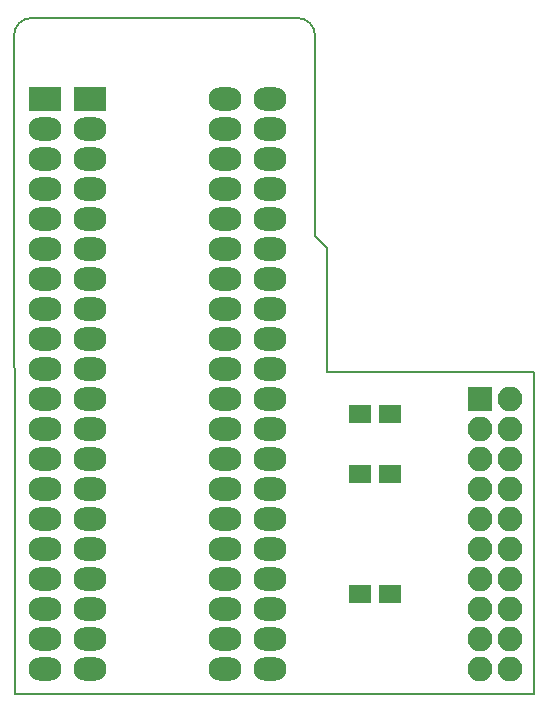
<source format=gbr>
%TF.GenerationSoftware,KiCad,Pcbnew,(5.1.5-0-10_14)*%
%TF.CreationDate,2020-10-24T19:52:31+02:00*%
%TF.ProjectId,c64board,63363462-6f61-4726-942e-6b696361645f,3.1*%
%TF.SameCoordinates,Original*%
%TF.FileFunction,Soldermask,Bot*%
%TF.FilePolarity,Negative*%
%FSLAX46Y46*%
G04 Gerber Fmt 4.6, Leading zero omitted, Abs format (unit mm)*
G04 Created by KiCad (PCBNEW (5.1.5-0-10_14)) date 2020-10-24 19:52:31*
%MOMM*%
%LPD*%
G04 APERTURE LIST*
%ADD10C,0.150000*%
%ADD11R,1.900000X1.650000*%
%ADD12O,2.100000X2.100000*%
%ADD13R,2.100000X2.100000*%
%ADD14O,2.800000X2.000000*%
%ADD15R,2.800000X2.000000*%
G04 APERTURE END LIST*
D10*
X132000000Y-50500000D02*
G75*
G02X133500000Y-49000000I1500000J0D01*
G01*
X156000000Y-49000000D02*
G75*
G02X157500000Y-50500000I0J-1500000D01*
G01*
X157500000Y-67500000D02*
X158500000Y-68500000D01*
X157500000Y-65000000D02*
X157500000Y-67500000D01*
X157500000Y-50500000D02*
X157500000Y-65000000D01*
X158500000Y-79000000D02*
X176000000Y-79000000D01*
X158500000Y-79000000D02*
X158500000Y-68500000D01*
X133500000Y-49000000D02*
X156000000Y-49000000D01*
X132080000Y-106250000D02*
X176000000Y-106250000D01*
X132080000Y-106250000D02*
X132000000Y-50500000D01*
X176000000Y-79000000D02*
X176000000Y-106250000D01*
D11*
X161310000Y-87630000D03*
X163810000Y-87630000D03*
X163810000Y-82550000D03*
X161310000Y-82550000D03*
X161310000Y-97790000D03*
X163810000Y-97790000D03*
D12*
X173990000Y-104140000D03*
X171450000Y-104140000D03*
X173990000Y-101600000D03*
X171450000Y-101600000D03*
X173990000Y-99060000D03*
X171450000Y-99060000D03*
X173990000Y-96520000D03*
X171450000Y-96520000D03*
X173990000Y-93980000D03*
X171450000Y-93980000D03*
X173990000Y-91440000D03*
X171450000Y-91440000D03*
X173990000Y-88900000D03*
X171450000Y-88900000D03*
X173990000Y-86360000D03*
X171450000Y-86360000D03*
X173990000Y-83820000D03*
X171450000Y-83820000D03*
X173990000Y-81280000D03*
D13*
X171450000Y-81280000D03*
D14*
X153670000Y-55880000D03*
X138430000Y-104140000D03*
X153670000Y-58420000D03*
X138430000Y-101600000D03*
X153670000Y-60960000D03*
X138430000Y-99060000D03*
X153670000Y-63500000D03*
X138430000Y-96520000D03*
X153670000Y-66040000D03*
X138430000Y-93980000D03*
X153670000Y-68580000D03*
X138430000Y-91440000D03*
X153670000Y-71120000D03*
X138430000Y-88900000D03*
X153670000Y-73660000D03*
X138430000Y-86360000D03*
X153670000Y-76200000D03*
X138430000Y-83820000D03*
X153670000Y-78740000D03*
X138430000Y-81280000D03*
X153670000Y-81280000D03*
X138430000Y-78740000D03*
X153670000Y-83820000D03*
X138430000Y-76200000D03*
X153670000Y-86360000D03*
X138430000Y-73660000D03*
X153670000Y-88900000D03*
X138430000Y-71120000D03*
X153670000Y-91440000D03*
X138430000Y-68580000D03*
X153670000Y-93980000D03*
X138430000Y-66040000D03*
X153670000Y-96520000D03*
X138430000Y-63500000D03*
X153670000Y-99060000D03*
X138430000Y-60960000D03*
X153670000Y-101600000D03*
X138430000Y-58420000D03*
X153670000Y-104140000D03*
D15*
X138430000Y-55880000D03*
D14*
X149860000Y-55880000D03*
X134620000Y-104140000D03*
X149860000Y-58420000D03*
X134620000Y-101600000D03*
X149860000Y-60960000D03*
X134620000Y-99060000D03*
X149860000Y-63500000D03*
X134620000Y-96520000D03*
X149860000Y-66040000D03*
X134620000Y-93980000D03*
X149860000Y-68580000D03*
X134620000Y-91440000D03*
X149860000Y-71120000D03*
X134620000Y-88900000D03*
X149860000Y-73660000D03*
X134620000Y-86360000D03*
X149860000Y-76200000D03*
X134620000Y-83820000D03*
X149860000Y-78740000D03*
X134620000Y-81280000D03*
X149860000Y-81280000D03*
X134620000Y-78740000D03*
X149860000Y-83820000D03*
X134620000Y-76200000D03*
X149860000Y-86360000D03*
X134620000Y-73660000D03*
X149860000Y-88900000D03*
X134620000Y-71120000D03*
X149860000Y-91440000D03*
X134620000Y-68580000D03*
X149860000Y-93980000D03*
X134620000Y-66040000D03*
X149860000Y-96520000D03*
X134620000Y-63500000D03*
X149860000Y-99060000D03*
X134620000Y-60960000D03*
X149860000Y-101600000D03*
X134620000Y-58420000D03*
X149860000Y-104140000D03*
D15*
X134620000Y-55880000D03*
M02*

</source>
